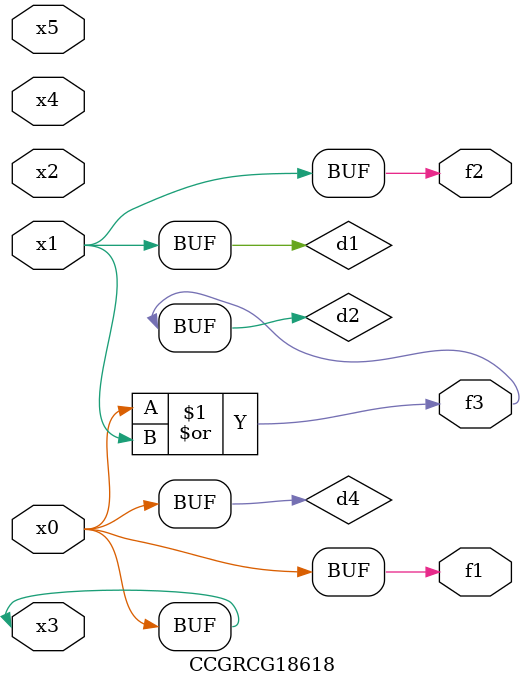
<source format=v>
module CCGRCG18618(
	input x0, x1, x2, x3, x4, x5,
	output f1, f2, f3
);

	wire d1, d2, d3, d4;

	and (d1, x1);
	or (d2, x0, x1);
	nand (d3, x0, x5);
	buf (d4, x0, x3);
	assign f1 = d4;
	assign f2 = d1;
	assign f3 = d2;
endmodule

</source>
